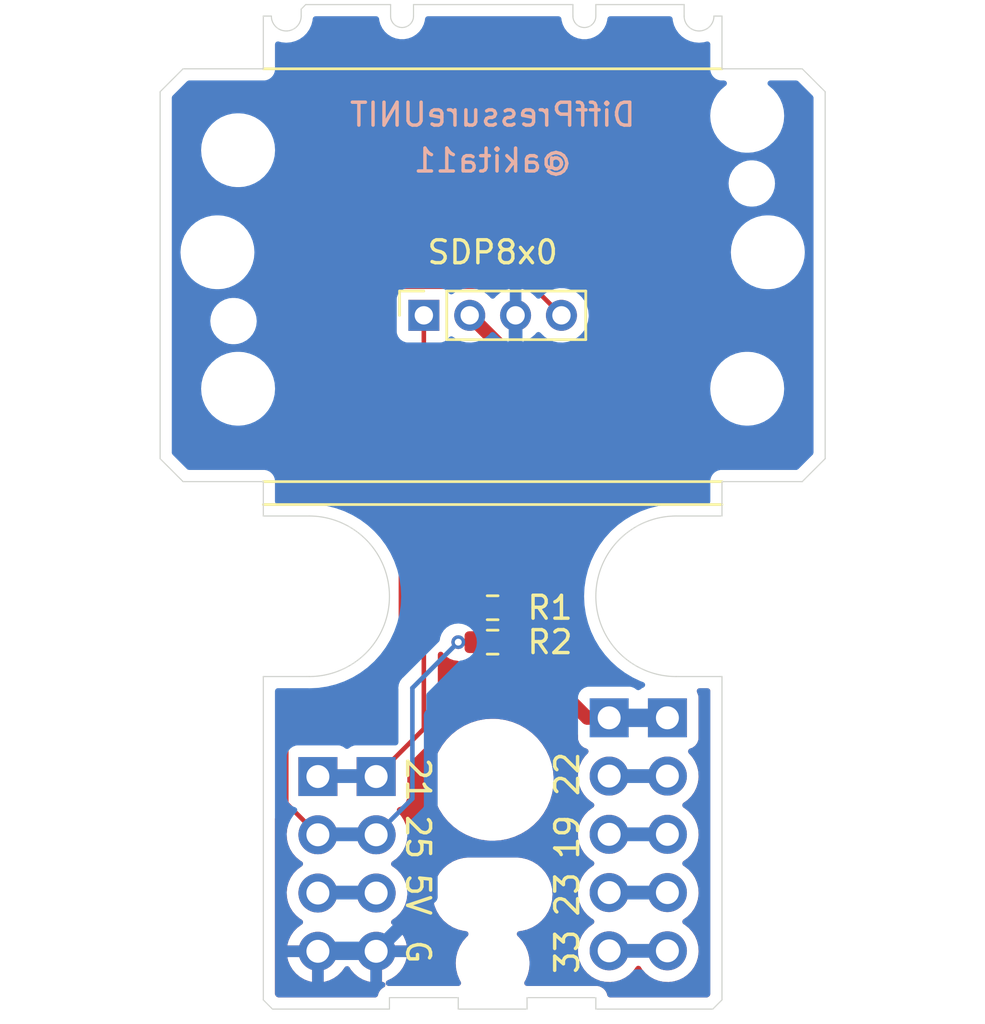
<source format=kicad_pcb>
(kicad_pcb (version 20211014) (generator pcbnew)
  (layers (0 "F.Cu" signal) (31 "B.Cu" signal) (34 "B.Paste" user) (35 "F.Paste" user) (36 "B.SilkS" user "B.Silkscreen") (37 "F.SilkS" user "F.Silkscreen") (38 "B.Mask" user) (39 "F.Mask" user) (44 "Edge.Cuts" user))
  (net 0 "")
  (net 1 "Net-(J1-Pad2)")
  (net 2 "Net-(J1-Pad3)")
  (net 3 "Net-(J1-Pad4)")
  (net 4 "GND")
  (net 5 "Net-(J1-Pad5)")
  (net 6 "/SCL")
  (net 7 "/SDA")
  (net 8 "Net-(J5-Pad3)")
  (net 9 "+3V3")
  (footprint "Connector_PinHeader_2.54mm:PinHeader_1x04_P2.54mm_Vertical" (layer "F.Cu") (at -7.62 22.86)
    (fp_text reference "J2" hide)
    (fp_text value "Conn_01x04" hide)
    (pad "1" thru_hole rect (at 0 0) (size 1.7 1.7) (drill 1) (layers *.Cu *.Mask) (net 6 "/SCL"))
    (pad "2" thru_hole oval (at 0 2.54) (size 1.7 1.7) (drill 1) (layers *.Cu *.Mask) (net 7 "/SDA"))
    (pad "3" thru_hole oval (at 0 5.08) (size 1.7 1.7) (drill 1) (layers *.Cu *.Mask) (net 8 "Net-(J5-Pad3)"))
    (pad "4" thru_hole oval (at 0 7.62) (size 1.7 1.7) (drill 1) (layers *.Cu *.Mask) (net 4 "GND"))
  )
  (footprint "akita:MountingHole_1mm" (layer "F.Cu") (at 11.3 -3)
    (fp_text reference "REF**" hide)
    (fp_text value "MountingHole_1mm")
    (pad "" np_thru_hole circle (at 0 0) (size 1 1) (drill 1) (layers *.Cu *.Mask))
  )
  (footprint "MountingHole:MountingHole_2.2mm_M2" (layer "F.Cu") (at -11.1 -4.45)
    (fp_text reference "REF**" hide)
    (fp_text value "MountingHole_2.2mm_M2")
    (pad "" np_thru_hole circle locked (at 0 0) (size 2.2 2.2) (drill 2.2) (layers *.Cu *.Mask))
  )
  (footprint "MountingHole:MountingHole_2.2mm_M2" (layer "F.Cu") (at 0 28)
    (fp_text reference "REF**" hide)
    (fp_text value "MountingHole_2.2mm_M2" hide)
    (pad "" np_thru_hole oval locked (at 0 0) (size 4.2 2.2) (drill oval 4.2 2.2) (layers F&B.Cu *.Mask))
  )
  (footprint "Connector_PinHeader_2.54mm:PinHeader_1x05_P2.54mm_Vertical" (layer "F.Cu") (at 7.62 20.3)
    (fp_text reference "J1" hide)
    (fp_text value "Conn_01x05" hide)
    (pad "1" thru_hole rect (at 0 0) (size 1.7 1.7) (drill 1) (layers *.Cu *.Mask) (net 9 "+3V3"))
    (pad "2" thru_hole oval (at 0 2.54) (size 1.7 1.7) (drill 1) (layers *.Cu *.Mask) (net 1 "Net-(J1-Pad2)"))
    (pad "3" thru_hole oval (at 0 5.08) (size 1.7 1.7) (drill 1) (layers *.Cu *.Mask) (net 2 "Net-(J1-Pad3)"))
    (pad "4" thru_hole oval (at 0 7.62) (size 1.7 1.7) (drill 1) (layers *.Cu *.Mask) (net 3 "Net-(J1-Pad4)"))
    (pad "5" thru_hole oval (at 0 10.16) (size 1.7 1.7) (drill 1) (layers *.Cu *.Mask) (net 5 "Net-(J1-Pad5)"))
  )
  (footprint "Connector_PinHeader_2.54mm:PinHeader_1x04_P2.54mm_Vertical" (layer "F.Cu") (at -5.08 22.86)
    (fp_text reference "J5" hide)
    (fp_text value "Conn_01x04")
    (pad "1" thru_hole rect (at 0 0) (size 1.7 1.7) (drill 1) (layers *.Cu *.Mask) (net 6 "/SCL"))
    (pad "2" thru_hole oval (at 0 2.54) (size 1.7 1.7) (drill 1) (layers *.Cu *.Mask) (net 7 "/SDA"))
    (pad "3" thru_hole oval (at 0 5.08) (size 1.7 1.7) (drill 1) (layers *.Cu *.Mask) (net 8 "Net-(J5-Pad3)"))
    (pad "4" thru_hole oval (at 0 7.62) (size 1.7 1.7) (drill 1) (layers *.Cu *.Mask) (net 4 "GND"))
  )
  (footprint "MountingHole:MountingHole_2.2mm_M2" (layer "F.Cu") (at -11.1 5.95)
    (fp_text reference "REF**" hide)
    (fp_text value "MountingHole_2.2mm_M2")
    (pad "" np_thru_hole circle locked (at 0 0) (size 2.2 2.2) (drill 2.2) (layers *.Cu *.Mask))
  )
  (footprint "MountingHole:MountingHole_2.2mm_M2" (layer "F.Cu") (at 11.1 5.95)
    (fp_text reference "REF**" hide)
    (fp_text value "MountingHole_2.2mm_M2")
    (pad "" np_thru_hole circle locked (at 0 0) (size 2.2 2.2) (drill 2.2) (layers *.Cu *.Mask))
  )
  (footprint "Resistor_SMD:R_0603_1608Metric" (layer "F.Cu") (at 0 15.5 180)
    (fp_text reference "R1" (at -2.5 0 180) (layer "F.SilkS"))
    (fp_text value "4.7k")
    (fp_line (start -0.237258 0.5225) (end 0.237258 0.5225) (layer "F.SilkS") (width 0.12))
    (fp_line (start -0.237258 -0.5225) (end 0.237258 -0.5225) (layer "F.SilkS") (width 0.12))
    (pad "1" smd roundrect locked (at -0.825 0 180) (size 0.8 0.95) (layers "F.Cu" "F.Paste" "F.Mask") (net 9 "+3V3"))
    (pad "2" smd roundrect locked (at 0.825 0 180) (size 0.8 0.95) (layers "F.Cu" "F.Paste" "F.Mask") (net 6 "/SCL"))
  )
  (footprint "MountingHole:MountingHole_2.2mm_M2" (layer "F.Cu") (at 0 31)
    (fp_text reference "REF**" hide)
    (fp_text value "MountingHole_2.2mm_M2" hide)
    (pad "" np_thru_hole circle locked (at 0 0) (size 2.2 2.2) (drill 2.2) (layers *.Cu *.Mask))
  )
  (footprint "MountingHole:MountingHole_2.2mm_M2" (layer "F.Cu") (at 12 0)
    (fp_text reference "REF**" hide)
    (fp_text value "MountingHole_2.2mm_M2")
    (pad "" np_thru_hole circle locked (at 0 0) (size 2.2 2.2) (drill 2.2) (layers *.Cu *.Mask))
  )
  (footprint "MountingHole:MountingHole_2.2mm_M2" (layer "F.Cu") (at -12 0)
    (fp_text reference "REF**" hide)
    (fp_text value "MountingHole_2.2mm_M2")
    (pad "" np_thru_hole circle locked (at 0 0) (size 2.2 2.2) (drill 2.2) (layers *.Cu *.Mask))
  )
  (footprint "Resistor_SMD:R_0603_1608Metric" (layer "F.Cu") (at 0 17 180)
    (fp_text reference "R2" (at -2.5 0 180) (layer "F.SilkS"))
    (fp_text value "4.7k")
    (fp_line (start -0.237258 -0.5225) (end 0.237258 -0.5225) (layer "F.SilkS") (width 0.12))
    (fp_line (start -0.237258 0.5225) (end 0.237258 0.5225) (layer "F.SilkS") (width 0.12))
    (pad "1" smd roundrect locked (at -0.825 0 180) (size 0.8 0.95) (layers "F.Cu" "F.Paste" "F.Mask") (net 9 "+3V3"))
    (pad "2" smd roundrect locked (at 0.825 0 180) (size 0.8 0.95) (layers "F.Cu" "F.Paste" "F.Mask") (net 7 "/SDA"))
  )
  (footprint "Connector_PinSocket_2.00mm:PinSocket_1x04_P2.00mm_Vertical" (layer "F.Cu") (at -3 2.75 90)
    (fp_text reference "J3" hide)
    (fp_text value "Conn_01x04")
    (fp_line (start 1.06 -1.06) (end 1.06 0) (layer "F.SilkS") (width 0.12))
    (fp_line (start 1.06 1) (end 1.06 7.06) (layer "F.SilkS") (width 0.12))
    (fp_line (start -1.06 1) (end -1.06 7.06) (layer "F.SilkS") (width 0.12))
    (fp_line (start -1.06 7.06) (end 1.06 7.06) (layer "F.SilkS") (width 0.12))
    (fp_line (start 0 -1.06) (end 1.06 -1.06) (layer "F.SilkS") (width 0.12))
    (fp_line (start -1.06 1) (end 1.06 1) (layer "F.SilkS") (width 0.12))
    (pad "1" thru_hole rect locked (at 0 0 90) (size 1.35 1.35) (drill 0.8) (layers *.Cu *.Mask) (net 6 "/SCL"))
    (pad "2" thru_hole oval locked (at 0 2 90) (size 1.35 1.35) (drill 0.8) (layers *.Cu *.Mask) (net 9 "+3V3"))
    (pad "3" thru_hole oval locked (at 0 4 90) (size 1.35 1.35) (drill 0.8) (layers *.Cu *.Mask) (net 4 "GND"))
    (pad "4" thru_hole oval locked (at 0 6 90) (size 1.35 1.35) (drill 0.8) (layers *.Cu *.Mask) (net 7 "/SDA"))
  )
  (footprint "MountingHole:MountingHole_4.3mm_M4" (layer "F.Cu") (at 0 23)
    (fp_text reference "REF**" hide)
    (fp_text value "MountingHole_4.3mm_M4" hide)
    (pad "" np_thru_hole circle locked (at 0 0) (size 4.3 4.3) (drill 4.3) (layers *.Cu *.Mask))
  )
  (footprint "akita:MountingHole_1mm" (layer "F.Cu") (at -11.3 3)
    (fp_text reference "REF**" hide)
    (fp_text value "MountingHole_1mm")
    (pad "" np_thru_hole circle (at 0 0) (size 1 1) (drill 1) (layers *.Cu *.Mask))
  )
  (footprint "MountingHole:MountingHole_2.2mm_M2" (layer "F.Cu") (at 11.1 -5.95)
    (fp_text reference "REF**" hide)
    (fp_text value "MountingHole_2.2mm_M2")
    (pad "" np_thru_hole circle locked (at 0 0) (size 2.2 2.2) (drill 2.2) (layers *.Cu *.Mask))
  )
  (footprint "Connector_PinHeader_2.54mm:PinHeader_1x05_P2.54mm_Vertical" (layer "F.Cu") (at 5.08 20.3)
    (fp_text reference "J4" hide)
    (fp_text value "Conn_01x05")
    (pad "1" thru_hole rect (at 0 0) (size 1.7 1.7) (drill 1) (layers *.Cu *.Mask) (net 9 "+3V3"))
    (pad "2" thru_hole oval (at 0 2.54) (size 1.7 1.7) (drill 1) (layers *.Cu *.Mask) (net 1 "Net-(J1-Pad2)"))
    (pad "3" thru_hole oval (at 0 5.08) (size 1.7 1.7) (drill 1) (layers *.Cu *.Mask) (net 2 "Net-(J1-Pad3)"))
    (pad "4" thru_hole oval (at 0 7.62) (size 1.7 1.7) (drill 1) (layers *.Cu *.Mask) (net 3 "Net-(J1-Pad4)"))
    (pad "5" thru_hole oval (at 0 10.16) (size 1.7 1.7) (drill 1) (layers *.Cu *.Mask) (net 5 "Net-(J1-Pad5)"))
  )
  (gr_line (start 10 -8) (end -10 -8) (layer "F.SilkS") (width 0.12))
  (gr_line (start -10 10) (end 10 10) (layer "F.SilkS") (width 0.12))
  (gr_line (start 10 11) (end -10 11) (layer "F.SilkS") (width 0.12))
  (gr_line (start 4.5 33) (end 4.5 32.5) (layer "Edge.Cuts") (width 0.05))
  (gr_line (start 10 -8) (end 10 -10.3) (layer "Edge.Cuts") (width 0.05))
  (gr_line (start -8.15 -10.8) (end -4.45 -10.8) (layer "Edge.Cuts") (width 0.05))
  (gr_line (start 10 18.5) (end 10 32.6) (layer "Edge.Cuts") (width 0.05))
  (gr_line (start -10 10) (end -10 11.5) (layer "Edge.Cuts") (width 0.05))
  (gr_line (start -4.5 33) (end -4.5 32.5) (layer "Edge.Cuts") (width 0.05))
  (gr_line (start -3.45 -10.8) (end -3.45 -10.3) (layer "Edge.Cuts") (width 0.05))
  (gr_line (start 10 -10.3) (end 9.65 -10.3) (layer "Edge.Cuts") (width 0.05))
  (gr_line (start -4.45 -10.8) (end -4.45 -10.3) (layer "Edge.Cuts") (width 0.05))
  (gr_line (start -10 18.5) (end -8 18.5) (layer "Edge.Cuts") (width 0.05))
  (gr_line (start 1.5 32.5) (end 1.5 33) (layer "Edge.Cuts") (width 0.05))
  (gr_arc (start 4.5 -10.3) (mid 4 -9.8) (end 3.5 -10.3) (layer "Edge.Cuts") (width 0.05))
  (gr_line (start 10 11.5) (end 10 10) (layer "Edge.Cuts") (width 0.05))
  (gr_line (start 4.5 32.5) (end 1.5 32.5) (layer "Edge.Cuts") (width 0.05))
  (gr_arc (start 8 18.5) (mid 4.5 15) (end 8 11.5) (layer "Edge.Cuts") (width 0.05))
  (gr_line (start 9.6 33) (end 10 32.6) (layer "Edge.Cuts") (width 0.05))
  (gr_line (start -14.5 9) (end -13.5 10) (layer "Edge.Cuts") (width 0.05))
  (gr_line (start 8.35 -10.3) (end 8.35 -10.8) (layer "Edge.Cuts") (width 0.05))
  (gr_line (start -14.5 9) (end -14.5 -7) (layer "Edge.Cuts") (width 0.05))
  (gr_line (start -14.5 -7) (end -13.5 -8) (layer "Edge.Cuts") (width 0.05))
  (gr_line (start -10 -8) (end -10 -10.3) (layer "Edge.Cuts") (width 0.05))
  (gr_line (start 3.5 -10.8) (end 3.5 -10.3) (layer "Edge.Cuts") (width 0.05))
  (gr_line (start -13.5 10) (end -10 10) (layer "Edge.Cuts") (width 0.05))
  (gr_line (start -10 11.5) (end -8 11.5) (layer "Edge.Cuts") (width 0.05))
  (gr_line (start 10 10) (end 13.5 10) (layer "Edge.Cuts") (width 0.05))
  (gr_line (start -10 32.6) (end -10 18.5) (layer "Edge.Cuts") (width 0.05))
  (gr_line (start 4.5 -10.8) (end 4.5 -10.3) (layer "Edge.Cuts") (width 0.05))
  (gr_line (start -8.35 -10.6) (end -8.15 -10.8) (layer "Edge.Cuts") (width 0.05))
  (gr_line (start -1.5 32.5) (end -1.5 33) (layer "Edge.Cuts") (width 0.05))
  (gr_line (start 13.5 -8) (end 10 -8) (layer "Edge.Cuts") (width 0.05))
  (gr_line (start 8 18.5) (end 10 18.5) (layer "Edge.Cuts") (width 0.05))
  (gr_line (start -10 -10.3) (end -9.65 -10.3) (layer "Edge.Cuts") (width 0.05))
  (gr_line (start 14.5 9) (end 14.5 -7) (layer "Edge.Cuts") (width 0.05))
  (gr_line (start 1.5 33) (end -1.5 33) (layer "Edge.Cuts") (width 0.05))
  (gr_arc (start -8 11.5) (mid -4.5 15) (end -8 18.5) (layer "Edge.Cuts") (width 0.05))
  (gr_line (start -8.35 -10.3) (end -8.35 -10.6) (layer "Edge.Cuts") (width 0.05))
  (gr_line (start 8.35 -10.8) (end 4.5 -10.8) (layer "Edge.Cuts") (width 0.05))
  (gr_line (start 3.5 -10.8) (end -3.45 -10.8) (layer "Edge.Cuts") (width 0.05))
  (gr_line (start -9.6 33) (end -10 32.6) (layer "Edge.Cuts") (width 0.05))
  (gr_arc (start -3.45 -10.3) (mid -3.95 -9.8) (end -4.45 -10.3) (layer "Edge.Cuts") (width 0.05))
  (gr_line (start 10 11.5) (end 8 11.5) (layer "Edge.Cuts") (width 0.05))
  (gr_arc (start -8.35 -10.3) (mid -9 -9.65) (end -9.65 -10.3) (layer "Edge.Cuts") (width 0.05))
  (gr_line (start -2 28) (end 2 28) (layer "Edge.Cuts") (width 0.05))
  (gr_line (start 14.5 -7) (end 13.5 -8) (layer "Edge.Cuts") (width 0.05))
  (gr_line (start 9.6 33) (end 4.5 33) (layer "Edge.Cuts") (width 0.05))
  (gr_arc (start 9.65 -10.3) (mid 9 -9.65) (end 8.35 -10.3) (layer "Edge.Cuts") (width 0.05))
  (gr_line (start -4.5 32.5) (end -1.5 32.5) (layer "Edge.Cuts") (width 0.05))
  (gr_line (start -4.5 33) (end -9.6 33) (layer "Edge.Cuts") (width 0.05))
  (gr_line (start -13.5 -8) (end -10 -8) (layer "Edge.Cuts") (width 0.05))
  (gr_line (start 13.5 10) (end 14.5 9) (layer "Edge.Cuts") (width 0.05))
  (gr_text "@akita11" (at 0 -4) (layer "B.SilkS") (effects (font (size 1 1)) (justify mirror)))
  (gr_text "DiffPressureUNIT" (at 0 -6) (layer "B.SilkS") (effects (font (size 1 1)) (justify mirror)))
  (gr_text "21" (at -3.25 23 270) (layer "F.SilkS") (effects (font (size 1 1))))
  (gr_text "25" (at -3.25 25.5 270) (layer "F.SilkS") (effects (font (size 1 1))))
  (gr_text "G" (at -3.25 30.5 270) (layer "F.SilkS") (effects (font (size 1 1))))
  (gr_text "5V" (at -3.25 28 270) (layer "F.SilkS") (effects (font (size 1 1))))
  (gr_text "22" (at 3.25 22.75 90) (layer "F.SilkS") (effects (font (size 1 1))))
  (gr_text "33" (at 3.25 30.5 90) (layer "F.SilkS") (effects (font (size 1 1))))
  (gr_text "19" (at 3.25 25.5 90) (layer "F.SilkS") (effects (font (size 1 1))))
  (gr_text "SDP8x0" (at 0 0) (layer "F.SilkS") (effects (font (size 1 1))))
  (gr_text "23" (at 3.25 28 90) (layer "F.SilkS") (effects (font (size 1 1))))
  (segment (start 5.08 22.84) (end 7.62 22.84) (width 0.6) (layer "B.Cu") (net 1))
  (segment (start 5.08 25.38) (end 7.62 25.38) (width 0.6) (layer "B.Cu") (net 2))
  (segment (start 5.08 27.92) (end 7.62 27.92) (width 0.6) (layer "B.Cu") (net 3))
  (segment (start 1 16.5) (end 1 2.75) (width 0.6) (layer "B.Cu") (net 4))
  (segment (start -7.62 30.46) (end -5.08 30.46) (width 0.8) (layer "B.Cu") (net 4))
  (segment (start -2.699521 20.199521) (end 1 16.5) (width 0.6) (layer "B.Cu") (net 4))
  (segment (start -2.699521 28.099521) (end -2.699521 20.199521) (width 0.6) (layer "B.Cu") (net 4))
  (segment (start -5.08 30.48) (end -2.699521 28.099521) (width 0.6) (layer "B.Cu") (net 4))
  (segment (start 5.08 30.46) (end 7.62 30.46) (width 0.6) (layer "B.Cu") (net 5))
  (segment (start -5.08 22.86) (end -3 20.78) (width 0.2) (layer "F.Cu") (net 6))
  (segment (start -3 20.78) (end -3 2.75) (width 0.2) (layer "F.Cu") (net 6))
  (segment (start -0.825 15.5) (end -3 15.5) (width 0.2) (layer "F.Cu") (net 6))
  (segment (start -7.62 22.84) (end -5.08 22.84) (width 0.6) (layer "B.Cu") (net 6))
  (segment (start -9 24.02) (end -9 21) (width 0.2) (layer "F.Cu") (net 7))
  (segment (start -5 4) (end -5 2) (width 0.2) (layer "F.Cu") (net 7))
  (segment (start -5 2) (end -4.5 1.5) (width 0.2) (layer "F.Cu") (net 7))
  (segment (start -8 20) (end -6.5 20) (width 0.2) (layer "F.Cu") (net 7))
  (segment (start -6.5 20) (end -4 17.5) (width 0.2) (layer "F.Cu") (net 7))
  (segment (start -9 21) (end -8 20) (width 0.2) (layer "F.Cu") (net 7))
  (segment (start -4.5 1.5) (end 1.75 1.5) (width 0.2) (layer "F.Cu") (net 7))
  (segment (start -4 5) (end -5 4) (width 0.2) (layer "F.Cu") (net 7))
  (segment (start 1.75 1.5) (end 3 2.75) (width 0.2) (layer "F.Cu") (net 7))
  (segment (start -0.825 17) (end -1.5 17) (width 0.2) (layer "F.Cu") (net 7))
  (segment (start -4 17.5) (end -4 5) (width 0.2) (layer "F.Cu") (net 7))
  (segment (start -7.62 25.4) (end -9 24.02) (width 0.2) (layer "F.Cu") (net 7))
  (via (at -1.5 17) (size 0.6) (drill 0.3) (layers "F.Cu" "B.Cu") (net 7))
  (segment (start -7.62 25.38) (end -5.08 25.38) (width 0.6) (layer "B.Cu") (net 7))
  (segment (start -3.5 23.82) (end -5.08 25.4) (width 0.2) (layer "B.Cu") (net 7))
  (segment (start -1.5 17) (end -3.5 19) (width 0.2) (layer "B.Cu") (net 7))
  (segment (start -3.5 19) (end -3.5 23.82) (width 0.2) (layer "B.Cu") (net 7))
  (segment (start -7.62 27.92) (end -5.08 27.92) (width 0.6) (layer "B.Cu") (net 8))
  (segment (start 4.125 20.3) (end 0.825 17) (width 0.6) (layer "F.Cu") (net 9))
  (segment (start 0.825 17) (end 0.825 4.575) (width 0.6) (layer "F.Cu") (net 9))
  (segment (start 5.08 20.3) (end 4.125 20.3) (width 0.6) (layer "F.Cu") (net 9))
  (segment (start 0.825 4.575) (end -1 2.75) (width 0.6) (layer "F.Cu") (net 9))
  (segment (start 7.62 20.3) (end 5.08 20.3) (width 0.8) (layer "B.Cu") (net 9))
  (zone (net 4) (net_name "GND") (layers F&B.Cu) (connect_pads (clearance 0.508)) (min_thickness 0.254) (fill yes (thermal_gap 0.508) (thermal_bridge_width 0.508))
    (polygon (pts (xy 15 33) (xy -15 33) (xy -15 -11) (xy 15 -11)))
  )
)
</source>
